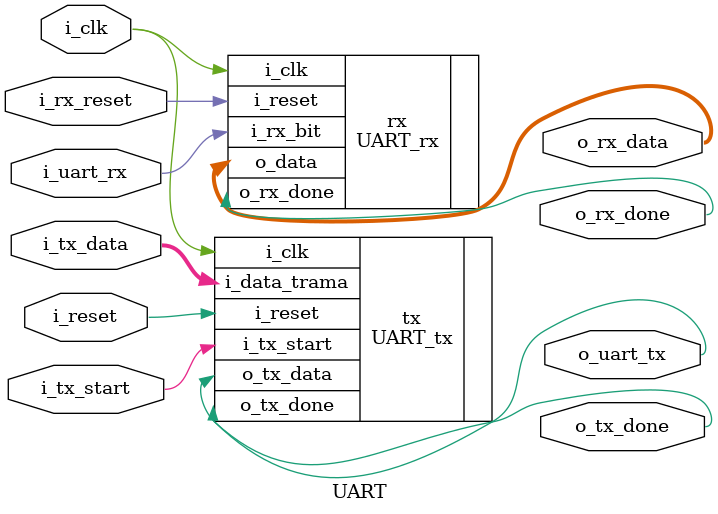
<source format=v>
`timescale 1ns / 1ps

module UART
    #(
        parameter SIZE_TRAMA        = 8,
        parameter BAUD_RATE         = 9600,
        parameter CLK_FR            = 50000000,
        parameter RX_TICK_BAUD      = 16 //16 veces la tasa de baudio,una frecuencia de muestreo más alta que la tasa de baudios para recuperar los datos
    )
    (
        input   wire                            i_clk,
        input   wire                            i_reset,
        input   wire                            i_rx_reset,
        input   wire                            i_tx_start,
        input   wire    [SIZE_TRAMA-1:    0]    i_tx_data,
        input   wire                            i_uart_rx,
        output  wire                            o_uart_tx,
        output  wire                            o_rx_done,
        output  wire                            o_tx_done,
        output  wire    [SIZE_TRAMA-1:    0]    o_rx_data
    );

    UART_tx #(
        .CLK_FR     (CLK_FR),
        .BAUD_RATE  (BAUD_RATE),
        .SIZE_TRAMA (SIZE_TRAMA)
    )
    tx (
        .i_clk          (i_clk),
        .i_reset        (i_reset),
        .i_tx_start     (i_tx_start),
        .i_data_trama   (i_tx_data),
        .o_tx_data      (o_uart_tx),
        .o_tx_done      (o_tx_done)
    );

    UART_rx #(
        .CLK_FR     (CLK_FR),
        .BAUD_RATE  (BAUD_RATE),
        .TICK_BAUD  (RX_TICK_BAUD),
        .SIZE_TRAMA (SIZE_TRAMA)
    )
    rx
    (
        .i_clk          (i_clk),
        .i_reset        (i_rx_reset),
        .i_rx_bit       (i_uart_rx),
        .o_rx_done      (o_rx_done),
        .o_data         (o_rx_data)
    ); 
    
endmodule
</source>
